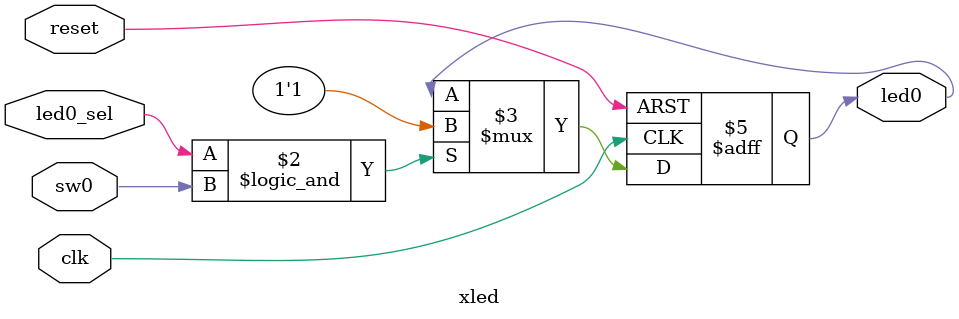
<source format=v>
`timescale 1ns / 1ps
`include "xdefs.vh"

module xled (
		input 	   reset,
		input 	   clk,
		input 	   led0_sel,
	        input      sw0,
		output reg led0
		);

 always @(posedge clk,posedge reset)
   if (reset)
     led0 <= 1'b0;
   else if(led0_sel && sw0)
     led0 <= 1'b1;
     

endmodule

</source>
